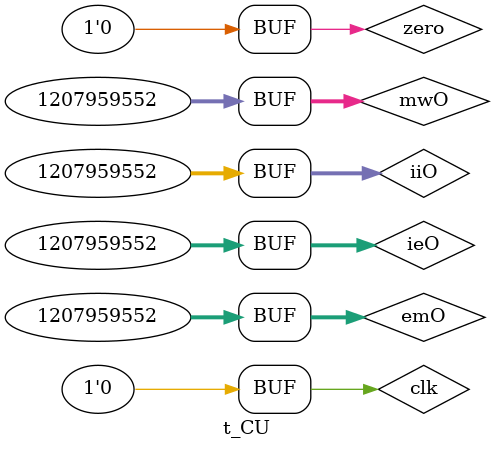
<source format=v>
`timescale 1ns / 1ps


module t_CU;

	// Inputs
	reg zero;
	reg clk;
	reg [31:0] iiO;
	reg [31:0] ieO;
	reg [31:0] emO;
	reg [31:0] mwO;

	// Outputs
	wire [1:0] a0;
	wire a1;
	wire a2;
	wire a7;
	wire a8;
	wire [2:0] a5;
	wire [1:0] a3;
	wire [1:0] a4;
	wire [1:0] a6;
	wire [1:0] a9; 
	wire [1:0] a10;
	wire [1:0] a11;
	wire a12;

	// Instantiate the Unit Under Test (UUT)
	ControlUnit uut (
		.zero(zero), 
		.clk(clk), 
		.iiO(iiO), 
		.ieO(ieO), 
		.emO(emO), 
		.mwO(mwO), 
		.a0(a0), 
		.a1(a1), 
		.a2(a2), 
		.a7(a7), 
		.a8(a8), 
		.a5(a5), 
		.a3(a3), 
		.a4(a4), 
		.a6(a6), 
		.a9(a9), 
		.a10(a10), 
		.a11(a11), 
		.a12(a12)
	);

	initial begin
		// Initialize Inputs
		zero = 0;
		clk = 0;
		iiO = 0;
		ieO = 0;
		emO = 0;
		mwO = 0;

		// Wait 100 ns for global reset to finish
		#50; clk = ~clk;
		iiO = 32'h00100000;
		ieO = 32'h00100000;
		emO = 32'h00100000;
		mwO = 32'h00100000;
		#50; clk = ~clk;
		
		#50; clk = ~clk;
		iiO = 32'h04100000;
		ieO = 32'h04100000;
		emO = 32'h04100000;
		mwO = 32'h04100000;
		#50; clk = ~clk;
		
		#50; clk = ~clk;
		iiO = 32'h04200000;
		ieO = 32'h04200000;
		emO = 32'h04200000;
		mwO = 32'h04200000;
		#50; clk = ~clk;
		
		#50; clk = ~clk;
		iiO = 32'h04400000;
		ieO = 32'h04400000;
		emO = 32'h04400000;
		mwO = 32'h04400000;
		#50; clk = ~clk;
        
		#50; clk = ~clk;
		iiO = 32'h08100000;
		ieO = 32'h08100000;
		emO = 32'h08100000;
		mwO = 32'h08100000;
		#50; clk = ~clk;
		
		#50; clk = ~clk;
		iiO = 32'h08200000;
		ieO = 32'h08200000;
		emO = 32'h08200000;
		mwO = 32'h08200000;
		#50; clk = ~clk;
		
		#50; clk = ~clk;
		iiO = 32'h08300000;
		ieO = 32'h08300000;
		emO = 32'h08300000;
		mwO = 32'h08300000;
		#50; clk = ~clk;
		
		#50; clk = ~clk;
		iiO = 32'h14000000;
		ieO = 32'h14000000;
		emO = 32'h14000000;
		mwO = 32'h14000000;
		#50; clk = ~clk;
		
		#50; clk = ~clk;
		iiO = 32'h24000000;
		ieO = 32'h24000000;
		emO = 32'h24000000;
		mwO = 32'h24000000;
		#50; clk = ~clk;
		
		#50; clk = ~clk;
		iiO = 32'h28000000;
		ieO = 32'h28000000;
		emO = 32'h28000000;
		mwO = 32'h28000000;
		#50; clk = ~clk;
		
		#50; clk = ~clk;
		iiO = 32'h30000000;
		ieO = 32'h30000000;
		emO = 32'h30000000;
		mwO = 32'h30000000;
		#50; clk = ~clk;
		
		#50; clk = ~clk;
		iiO = 32'h34000000;
		ieO = 32'h34000000;
		emO = 32'h34000000;
		mwO = 32'h34000000;
		#50; clk = ~clk;
		
		#50; clk = ~clk;
		iiO = 32'h38000000;
		ieO = 32'h38000000;
		emO = 32'h38000000;
		mwO = 32'h38000000;
		#50; clk = ~clk;
		
		#50; clk = ~clk;
		iiO = 32'h3c000000;
		ieO = 32'h3c000000;
		emO = 32'h3c000000;
		mwO = 32'h3c000000;
		#50; clk = ~clk;
		
		#50; clk = ~clk;
		iiO = 32'h40000000;
		ieO = 32'h40000000;
		emO = 32'h40000000;
		mwO = 32'h40000000;
		#50; clk = ~clk;
		
		#50; clk = ~clk;
		iiO = 32'h48000000;
		ieO = 32'h48000000;
		emO = 32'h48000000;
		mwO = 32'h48000000;
		#50; clk = ~clk;
		// Add stimulus here

	end
      
endmodule


</source>
